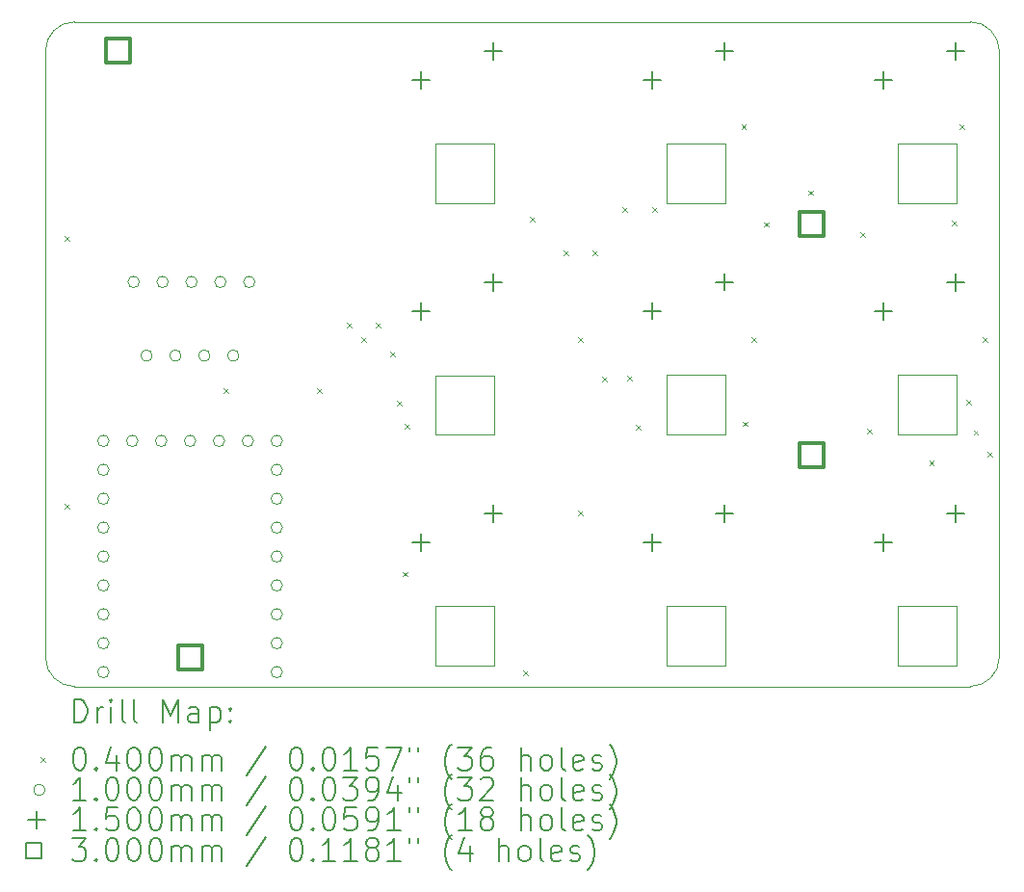
<source format=gbr>
%FSLAX45Y45*%
G04 Gerber Fmt 4.5, Leading zero omitted, Abs format (unit mm)*
G04 Created by KiCad (PCBNEW (6.0.5)) date 2022-06-04 16:39:07*
%MOMM*%
%LPD*%
G01*
G04 APERTURE LIST*
%TA.AperFunction,Profile*%
%ADD10C,0.100000*%
%TD*%
%TA.AperFunction,Profile*%
%ADD11C,0.050000*%
%TD*%
%ADD12C,0.200000*%
%ADD13C,0.040000*%
%ADD14C,0.100000*%
%ADD15C,0.150000*%
%ADD16C,0.300000*%
G04 APERTURE END LIST*
D10*
X10795000Y-11303000D02*
G75*
G03*
X11049000Y-11049000I0J254000D01*
G01*
D11*
X10153846Y-6534225D02*
X10672006Y-6534225D01*
X10672006Y-6534225D02*
X10672006Y-7055385D01*
X10672006Y-7055385D02*
X10153846Y-7055385D01*
X10153846Y-7055385D02*
X10153846Y-6534225D01*
D10*
X2921000Y-11303000D02*
X10795000Y-11303000D01*
D11*
X6090920Y-8567420D02*
X6609080Y-8567420D01*
X6609080Y-8567420D02*
X6609080Y-9085580D01*
X6609080Y-9085580D02*
X6090920Y-9085580D01*
X6090920Y-9085580D02*
X6090920Y-8567420D01*
X6090319Y-6534225D02*
X6608479Y-6534225D01*
X6608479Y-6534225D02*
X6608479Y-7054385D01*
X6608479Y-7054385D02*
X6090319Y-7054385D01*
X6090319Y-7054385D02*
X6090319Y-6534225D01*
X10153846Y-8565420D02*
X10672006Y-8565420D01*
X10672006Y-8565420D02*
X10672006Y-9085580D01*
X10672006Y-9085580D02*
X10153846Y-9085580D01*
X10153846Y-9085580D02*
X10153846Y-8565420D01*
X8122083Y-8565420D02*
X8640243Y-8565420D01*
X8640243Y-8565420D02*
X8640243Y-9085580D01*
X8640243Y-9085580D02*
X8122083Y-9085580D01*
X8122083Y-9085580D02*
X8122083Y-8565420D01*
X8122920Y-6533500D02*
X8641080Y-6533500D01*
X8641080Y-6533500D02*
X8641080Y-7053660D01*
X8641080Y-7053660D02*
X8122920Y-7053660D01*
X8122920Y-7053660D02*
X8122920Y-6533500D01*
D10*
X2667000Y-11049000D02*
X2667000Y-5715000D01*
X11049000Y-11049000D02*
X11049000Y-5715000D01*
X11049000Y-5715000D02*
G75*
G03*
X10795000Y-5461000I-254000J0D01*
G01*
D11*
X10154920Y-10597420D02*
X10673080Y-10597420D01*
X10673080Y-10597420D02*
X10673080Y-11119580D01*
X10673080Y-11119580D02*
X10154920Y-11119580D01*
X10154920Y-11119580D02*
X10154920Y-10597420D01*
D10*
X10795000Y-5461000D02*
X2921000Y-5461000D01*
D11*
X6090920Y-10598420D02*
X6609080Y-10598420D01*
X6609080Y-10598420D02*
X6609080Y-11117580D01*
X6609080Y-11117580D02*
X6090920Y-11117580D01*
X6090920Y-11117580D02*
X6090920Y-10598420D01*
X2667000Y-11049000D02*
G75*
G03*
X2921000Y-11303000I254000J0D01*
G01*
X8122920Y-10597420D02*
X8641080Y-10597420D01*
X8641080Y-10597420D02*
X8641080Y-11119580D01*
X8641080Y-11119580D02*
X8122920Y-11119580D01*
X8122920Y-11119580D02*
X8122920Y-10597420D01*
X2921000Y-5461000D02*
G75*
G03*
X2667000Y-5715000I0J-254000D01*
G01*
D12*
D13*
X2837500Y-7346000D02*
X2877500Y-7386000D01*
X2877500Y-7346000D02*
X2837500Y-7386000D01*
X2837500Y-9695500D02*
X2877500Y-9735500D01*
X2877500Y-9695500D02*
X2837500Y-9735500D01*
X4231960Y-8682040D02*
X4271960Y-8722040D01*
X4271960Y-8682040D02*
X4231960Y-8722040D01*
X5054920Y-8682040D02*
X5094920Y-8722040D01*
X5094920Y-8682040D02*
X5054920Y-8722040D01*
X5314000Y-8108000D02*
X5354000Y-8148000D01*
X5354000Y-8108000D02*
X5314000Y-8148000D01*
X5441000Y-8235000D02*
X5481000Y-8275000D01*
X5481000Y-8235000D02*
X5441000Y-8275000D01*
X5568000Y-8108000D02*
X5608000Y-8148000D01*
X5608000Y-8108000D02*
X5568000Y-8148000D01*
X5695000Y-8362000D02*
X5735000Y-8402000D01*
X5735000Y-8362000D02*
X5695000Y-8402000D01*
X5755960Y-8791260D02*
X5795960Y-8831260D01*
X5795960Y-8791260D02*
X5755960Y-8831260D01*
X5809300Y-10294940D02*
X5849300Y-10334940D01*
X5849300Y-10294940D02*
X5809300Y-10334940D01*
X5822000Y-8997000D02*
X5862000Y-9037000D01*
X5862000Y-8997000D02*
X5822000Y-9037000D01*
X6865940Y-11161080D02*
X6905940Y-11201080D01*
X6905940Y-11161080D02*
X6865940Y-11201080D01*
X6924360Y-7175820D02*
X6964360Y-7215820D01*
X6964360Y-7175820D02*
X6924360Y-7215820D01*
X7219000Y-7473000D02*
X7259000Y-7513000D01*
X7259000Y-7473000D02*
X7219000Y-7513000D01*
X7346000Y-8235000D02*
X7386000Y-8275000D01*
X7386000Y-8235000D02*
X7346000Y-8275000D01*
X7346000Y-9759000D02*
X7386000Y-9799000D01*
X7386000Y-9759000D02*
X7346000Y-9799000D01*
X7473000Y-7473000D02*
X7513000Y-7513000D01*
X7513000Y-7473000D02*
X7473000Y-7513000D01*
X7556820Y-8577900D02*
X7596820Y-8617900D01*
X7596820Y-8577900D02*
X7556820Y-8617900D01*
X7737160Y-7089460D02*
X7777160Y-7129460D01*
X7777160Y-7089460D02*
X7737160Y-7129460D01*
X7780340Y-8570280D02*
X7820340Y-8610280D01*
X7820340Y-8570280D02*
X7780340Y-8610280D01*
X7856540Y-9004620D02*
X7896540Y-9044620D01*
X7896540Y-9004620D02*
X7856540Y-9044620D01*
X8001320Y-7092000D02*
X8041320Y-7132000D01*
X8041320Y-7092000D02*
X8001320Y-7132000D01*
X8783640Y-6365560D02*
X8823640Y-6405560D01*
X8823640Y-6365560D02*
X8783640Y-6405560D01*
X8796340Y-8974140D02*
X8836340Y-9014140D01*
X8836340Y-8974140D02*
X8796340Y-9014140D01*
X8870000Y-8235000D02*
X8910000Y-8275000D01*
X8910000Y-8235000D02*
X8870000Y-8275000D01*
X8979220Y-7221540D02*
X9019220Y-7261540D01*
X9019220Y-7221540D02*
X8979220Y-7261540D01*
X9372920Y-6942140D02*
X9412920Y-6982140D01*
X9412920Y-6942140D02*
X9372920Y-6982140D01*
X9830120Y-7310440D02*
X9870120Y-7350440D01*
X9870120Y-7310440D02*
X9830120Y-7350440D01*
X9886000Y-9040180D02*
X9926000Y-9080180D01*
X9926000Y-9040180D02*
X9886000Y-9080180D01*
X10434640Y-9317040D02*
X10474640Y-9357040D01*
X10474640Y-9317040D02*
X10434640Y-9357040D01*
X10635300Y-7211380D02*
X10675300Y-7251380D01*
X10675300Y-7211380D02*
X10635300Y-7251380D01*
X10701340Y-6360480D02*
X10741340Y-6400480D01*
X10741340Y-6360480D02*
X10701340Y-6400480D01*
X10759760Y-8786180D02*
X10799760Y-8826180D01*
X10799760Y-8786180D02*
X10759760Y-8826180D01*
X10823260Y-9050340D02*
X10863260Y-9090340D01*
X10863260Y-9050340D02*
X10823260Y-9090340D01*
X10902000Y-8235000D02*
X10942000Y-8275000D01*
X10942000Y-8235000D02*
X10902000Y-8275000D01*
X10947720Y-9240840D02*
X10987720Y-9280840D01*
X10987720Y-9240840D02*
X10947720Y-9280840D01*
D14*
X3225000Y-9144000D02*
G75*
G03*
X3225000Y-9144000I-50000J0D01*
G01*
X3225000Y-9398000D02*
G75*
G03*
X3225000Y-9398000I-50000J0D01*
G01*
X3225000Y-9652000D02*
G75*
G03*
X3225000Y-9652000I-50000J0D01*
G01*
X3225000Y-9906000D02*
G75*
G03*
X3225000Y-9906000I-50000J0D01*
G01*
X3225000Y-10160000D02*
G75*
G03*
X3225000Y-10160000I-50000J0D01*
G01*
X3225000Y-10414000D02*
G75*
G03*
X3225000Y-10414000I-50000J0D01*
G01*
X3225000Y-10668000D02*
G75*
G03*
X3225000Y-10668000I-50000J0D01*
G01*
X3225000Y-10922000D02*
G75*
G03*
X3225000Y-10922000I-50000J0D01*
G01*
X3225000Y-11176000D02*
G75*
G03*
X3225000Y-11176000I-50000J0D01*
G01*
X3479000Y-9144000D02*
G75*
G03*
X3479000Y-9144000I-50000J0D01*
G01*
X3491700Y-7747000D02*
G75*
G03*
X3491700Y-7747000I-50000J0D01*
G01*
X3605000Y-8394700D02*
G75*
G03*
X3605000Y-8394700I-50000J0D01*
G01*
X3733000Y-9144000D02*
G75*
G03*
X3733000Y-9144000I-50000J0D01*
G01*
X3745700Y-7747000D02*
G75*
G03*
X3745700Y-7747000I-50000J0D01*
G01*
X3859000Y-8394700D02*
G75*
G03*
X3859000Y-8394700I-50000J0D01*
G01*
X3987000Y-9144000D02*
G75*
G03*
X3987000Y-9144000I-50000J0D01*
G01*
X3999700Y-7747000D02*
G75*
G03*
X3999700Y-7747000I-50000J0D01*
G01*
X4113000Y-8394700D02*
G75*
G03*
X4113000Y-8394700I-50000J0D01*
G01*
X4241000Y-9144000D02*
G75*
G03*
X4241000Y-9144000I-50000J0D01*
G01*
X4253700Y-7747000D02*
G75*
G03*
X4253700Y-7747000I-50000J0D01*
G01*
X4367000Y-8394700D02*
G75*
G03*
X4367000Y-8394700I-50000J0D01*
G01*
X4495000Y-9144000D02*
G75*
G03*
X4495000Y-9144000I-50000J0D01*
G01*
X4507700Y-7747000D02*
G75*
G03*
X4507700Y-7747000I-50000J0D01*
G01*
X4749000Y-9144000D02*
G75*
G03*
X4749000Y-9144000I-50000J0D01*
G01*
X4749000Y-9398000D02*
G75*
G03*
X4749000Y-9398000I-50000J0D01*
G01*
X4749000Y-9652000D02*
G75*
G03*
X4749000Y-9652000I-50000J0D01*
G01*
X4749000Y-9906000D02*
G75*
G03*
X4749000Y-9906000I-50000J0D01*
G01*
X4749000Y-10160000D02*
G75*
G03*
X4749000Y-10160000I-50000J0D01*
G01*
X4749000Y-10414000D02*
G75*
G03*
X4749000Y-10414000I-50000J0D01*
G01*
X4749000Y-10668000D02*
G75*
G03*
X4749000Y-10668000I-50000J0D01*
G01*
X4749000Y-10922000D02*
G75*
G03*
X4749000Y-10922000I-50000J0D01*
G01*
X4749000Y-11176000D02*
G75*
G03*
X4749000Y-11176000I-50000J0D01*
G01*
D15*
X5969000Y-5894000D02*
X5969000Y-6044000D01*
X5894000Y-5969000D02*
X6044000Y-5969000D01*
X5969000Y-7926000D02*
X5969000Y-8076000D01*
X5894000Y-8001000D02*
X6044000Y-8001000D01*
X5969000Y-9958000D02*
X5969000Y-10108000D01*
X5894000Y-10033000D02*
X6044000Y-10033000D01*
X6604000Y-5640000D02*
X6604000Y-5790000D01*
X6529000Y-5715000D02*
X6679000Y-5715000D01*
X6604000Y-7672000D02*
X6604000Y-7822000D01*
X6529000Y-7747000D02*
X6679000Y-7747000D01*
X6604000Y-9704000D02*
X6604000Y-9854000D01*
X6529000Y-9779000D02*
X6679000Y-9779000D01*
X7999078Y-7925039D02*
X7999078Y-8075039D01*
X7924078Y-8000039D02*
X8074078Y-8000039D01*
X8001000Y-5894000D02*
X8001000Y-6044000D01*
X7926000Y-5969000D02*
X8076000Y-5969000D01*
X8001000Y-9958000D02*
X8001000Y-10108000D01*
X7926000Y-10033000D02*
X8076000Y-10033000D01*
X8634078Y-7671039D02*
X8634078Y-7821039D01*
X8559078Y-7746039D02*
X8709078Y-7746039D01*
X8636000Y-5640000D02*
X8636000Y-5790000D01*
X8561000Y-5715000D02*
X8711000Y-5715000D01*
X8636000Y-9704000D02*
X8636000Y-9854000D01*
X8561000Y-9779000D02*
X8711000Y-9779000D01*
X10033000Y-5894000D02*
X10033000Y-6044000D01*
X9958000Y-5969000D02*
X10108000Y-5969000D01*
X10033000Y-7926000D02*
X10033000Y-8076000D01*
X9958000Y-8001000D02*
X10108000Y-8001000D01*
X10033000Y-9958000D02*
X10033000Y-10108000D01*
X9958000Y-10033000D02*
X10108000Y-10033000D01*
X10668000Y-5640000D02*
X10668000Y-5790000D01*
X10593000Y-5715000D02*
X10743000Y-5715000D01*
X10668000Y-7672000D02*
X10668000Y-7822000D01*
X10593000Y-7747000D02*
X10743000Y-7747000D01*
X10668000Y-9704000D02*
X10668000Y-9854000D01*
X10593000Y-9779000D02*
X10743000Y-9779000D01*
D16*
X3408067Y-5821067D02*
X3408067Y-5608933D01*
X3195933Y-5608933D01*
X3195933Y-5821067D01*
X3408067Y-5821067D01*
X4043067Y-11155067D02*
X4043067Y-10942933D01*
X3830933Y-10942933D01*
X3830933Y-11155067D01*
X4043067Y-11155067D01*
X9504067Y-7345067D02*
X9504067Y-7132933D01*
X9291933Y-7132933D01*
X9291933Y-7345067D01*
X9504067Y-7345067D01*
X9504067Y-9377067D02*
X9504067Y-9164933D01*
X9291933Y-9164933D01*
X9291933Y-9377067D01*
X9504067Y-9377067D01*
D12*
X2919619Y-11618476D02*
X2919619Y-11418476D01*
X2967238Y-11418476D01*
X2995809Y-11428000D01*
X3014857Y-11447048D01*
X3024381Y-11466095D01*
X3033905Y-11504190D01*
X3033905Y-11532762D01*
X3024381Y-11570857D01*
X3014857Y-11589905D01*
X2995809Y-11608952D01*
X2967238Y-11618476D01*
X2919619Y-11618476D01*
X3119619Y-11618476D02*
X3119619Y-11485143D01*
X3119619Y-11523238D02*
X3129143Y-11504190D01*
X3138667Y-11494667D01*
X3157714Y-11485143D01*
X3176762Y-11485143D01*
X3243428Y-11618476D02*
X3243428Y-11485143D01*
X3243428Y-11418476D02*
X3233905Y-11428000D01*
X3243428Y-11437524D01*
X3252952Y-11428000D01*
X3243428Y-11418476D01*
X3243428Y-11437524D01*
X3367238Y-11618476D02*
X3348190Y-11608952D01*
X3338667Y-11589905D01*
X3338667Y-11418476D01*
X3472000Y-11618476D02*
X3452952Y-11608952D01*
X3443428Y-11589905D01*
X3443428Y-11418476D01*
X3700571Y-11618476D02*
X3700571Y-11418476D01*
X3767238Y-11561333D01*
X3833905Y-11418476D01*
X3833905Y-11618476D01*
X4014857Y-11618476D02*
X4014857Y-11513714D01*
X4005333Y-11494667D01*
X3986286Y-11485143D01*
X3948190Y-11485143D01*
X3929143Y-11494667D01*
X4014857Y-11608952D02*
X3995809Y-11618476D01*
X3948190Y-11618476D01*
X3929143Y-11608952D01*
X3919619Y-11589905D01*
X3919619Y-11570857D01*
X3929143Y-11551809D01*
X3948190Y-11542286D01*
X3995809Y-11542286D01*
X4014857Y-11532762D01*
X4110095Y-11485143D02*
X4110095Y-11685143D01*
X4110095Y-11494667D02*
X4129143Y-11485143D01*
X4167238Y-11485143D01*
X4186286Y-11494667D01*
X4195810Y-11504190D01*
X4205333Y-11523238D01*
X4205333Y-11580381D01*
X4195810Y-11599428D01*
X4186286Y-11608952D01*
X4167238Y-11618476D01*
X4129143Y-11618476D01*
X4110095Y-11608952D01*
X4291048Y-11599428D02*
X4300571Y-11608952D01*
X4291048Y-11618476D01*
X4281524Y-11608952D01*
X4291048Y-11599428D01*
X4291048Y-11618476D01*
X4291048Y-11494667D02*
X4300571Y-11504190D01*
X4291048Y-11513714D01*
X4281524Y-11504190D01*
X4291048Y-11494667D01*
X4291048Y-11513714D01*
D13*
X2622000Y-11928000D02*
X2662000Y-11968000D01*
X2662000Y-11928000D02*
X2622000Y-11968000D01*
D12*
X2957714Y-11838476D02*
X2976762Y-11838476D01*
X2995809Y-11848000D01*
X3005333Y-11857524D01*
X3014857Y-11876571D01*
X3024381Y-11914667D01*
X3024381Y-11962286D01*
X3014857Y-12000381D01*
X3005333Y-12019428D01*
X2995809Y-12028952D01*
X2976762Y-12038476D01*
X2957714Y-12038476D01*
X2938667Y-12028952D01*
X2929143Y-12019428D01*
X2919619Y-12000381D01*
X2910095Y-11962286D01*
X2910095Y-11914667D01*
X2919619Y-11876571D01*
X2929143Y-11857524D01*
X2938667Y-11848000D01*
X2957714Y-11838476D01*
X3110095Y-12019428D02*
X3119619Y-12028952D01*
X3110095Y-12038476D01*
X3100571Y-12028952D01*
X3110095Y-12019428D01*
X3110095Y-12038476D01*
X3291048Y-11905143D02*
X3291048Y-12038476D01*
X3243428Y-11828952D02*
X3195809Y-11971809D01*
X3319619Y-11971809D01*
X3433905Y-11838476D02*
X3452952Y-11838476D01*
X3472000Y-11848000D01*
X3481524Y-11857524D01*
X3491048Y-11876571D01*
X3500571Y-11914667D01*
X3500571Y-11962286D01*
X3491048Y-12000381D01*
X3481524Y-12019428D01*
X3472000Y-12028952D01*
X3452952Y-12038476D01*
X3433905Y-12038476D01*
X3414857Y-12028952D01*
X3405333Y-12019428D01*
X3395809Y-12000381D01*
X3386286Y-11962286D01*
X3386286Y-11914667D01*
X3395809Y-11876571D01*
X3405333Y-11857524D01*
X3414857Y-11848000D01*
X3433905Y-11838476D01*
X3624381Y-11838476D02*
X3643428Y-11838476D01*
X3662476Y-11848000D01*
X3672000Y-11857524D01*
X3681524Y-11876571D01*
X3691048Y-11914667D01*
X3691048Y-11962286D01*
X3681524Y-12000381D01*
X3672000Y-12019428D01*
X3662476Y-12028952D01*
X3643428Y-12038476D01*
X3624381Y-12038476D01*
X3605333Y-12028952D01*
X3595809Y-12019428D01*
X3586286Y-12000381D01*
X3576762Y-11962286D01*
X3576762Y-11914667D01*
X3586286Y-11876571D01*
X3595809Y-11857524D01*
X3605333Y-11848000D01*
X3624381Y-11838476D01*
X3776762Y-12038476D02*
X3776762Y-11905143D01*
X3776762Y-11924190D02*
X3786286Y-11914667D01*
X3805333Y-11905143D01*
X3833905Y-11905143D01*
X3852952Y-11914667D01*
X3862476Y-11933714D01*
X3862476Y-12038476D01*
X3862476Y-11933714D02*
X3872000Y-11914667D01*
X3891048Y-11905143D01*
X3919619Y-11905143D01*
X3938667Y-11914667D01*
X3948190Y-11933714D01*
X3948190Y-12038476D01*
X4043428Y-12038476D02*
X4043428Y-11905143D01*
X4043428Y-11924190D02*
X4052952Y-11914667D01*
X4072000Y-11905143D01*
X4100571Y-11905143D01*
X4119619Y-11914667D01*
X4129143Y-11933714D01*
X4129143Y-12038476D01*
X4129143Y-11933714D02*
X4138667Y-11914667D01*
X4157714Y-11905143D01*
X4186286Y-11905143D01*
X4205333Y-11914667D01*
X4214857Y-11933714D01*
X4214857Y-12038476D01*
X4605333Y-11828952D02*
X4433905Y-12086095D01*
X4862476Y-11838476D02*
X4881524Y-11838476D01*
X4900571Y-11848000D01*
X4910095Y-11857524D01*
X4919619Y-11876571D01*
X4929143Y-11914667D01*
X4929143Y-11962286D01*
X4919619Y-12000381D01*
X4910095Y-12019428D01*
X4900571Y-12028952D01*
X4881524Y-12038476D01*
X4862476Y-12038476D01*
X4843429Y-12028952D01*
X4833905Y-12019428D01*
X4824381Y-12000381D01*
X4814857Y-11962286D01*
X4814857Y-11914667D01*
X4824381Y-11876571D01*
X4833905Y-11857524D01*
X4843429Y-11848000D01*
X4862476Y-11838476D01*
X5014857Y-12019428D02*
X5024381Y-12028952D01*
X5014857Y-12038476D01*
X5005333Y-12028952D01*
X5014857Y-12019428D01*
X5014857Y-12038476D01*
X5148190Y-11838476D02*
X5167238Y-11838476D01*
X5186286Y-11848000D01*
X5195810Y-11857524D01*
X5205333Y-11876571D01*
X5214857Y-11914667D01*
X5214857Y-11962286D01*
X5205333Y-12000381D01*
X5195810Y-12019428D01*
X5186286Y-12028952D01*
X5167238Y-12038476D01*
X5148190Y-12038476D01*
X5129143Y-12028952D01*
X5119619Y-12019428D01*
X5110095Y-12000381D01*
X5100571Y-11962286D01*
X5100571Y-11914667D01*
X5110095Y-11876571D01*
X5119619Y-11857524D01*
X5129143Y-11848000D01*
X5148190Y-11838476D01*
X5405333Y-12038476D02*
X5291048Y-12038476D01*
X5348190Y-12038476D02*
X5348190Y-11838476D01*
X5329143Y-11867048D01*
X5310095Y-11886095D01*
X5291048Y-11895619D01*
X5586286Y-11838476D02*
X5491048Y-11838476D01*
X5481524Y-11933714D01*
X5491048Y-11924190D01*
X5510095Y-11914667D01*
X5557714Y-11914667D01*
X5576762Y-11924190D01*
X5586286Y-11933714D01*
X5595809Y-11952762D01*
X5595809Y-12000381D01*
X5586286Y-12019428D01*
X5576762Y-12028952D01*
X5557714Y-12038476D01*
X5510095Y-12038476D01*
X5491048Y-12028952D01*
X5481524Y-12019428D01*
X5662476Y-11838476D02*
X5795809Y-11838476D01*
X5710095Y-12038476D01*
X5862476Y-11838476D02*
X5862476Y-11876571D01*
X5938667Y-11838476D02*
X5938667Y-11876571D01*
X6233905Y-12114667D02*
X6224381Y-12105143D01*
X6205333Y-12076571D01*
X6195809Y-12057524D01*
X6186286Y-12028952D01*
X6176762Y-11981333D01*
X6176762Y-11943238D01*
X6186286Y-11895619D01*
X6195809Y-11867048D01*
X6205333Y-11848000D01*
X6224381Y-11819428D01*
X6233905Y-11809905D01*
X6291048Y-11838476D02*
X6414857Y-11838476D01*
X6348190Y-11914667D01*
X6376762Y-11914667D01*
X6395809Y-11924190D01*
X6405333Y-11933714D01*
X6414857Y-11952762D01*
X6414857Y-12000381D01*
X6405333Y-12019428D01*
X6395809Y-12028952D01*
X6376762Y-12038476D01*
X6319619Y-12038476D01*
X6300571Y-12028952D01*
X6291048Y-12019428D01*
X6586286Y-11838476D02*
X6548190Y-11838476D01*
X6529143Y-11848000D01*
X6519619Y-11857524D01*
X6500571Y-11886095D01*
X6491048Y-11924190D01*
X6491048Y-12000381D01*
X6500571Y-12019428D01*
X6510095Y-12028952D01*
X6529143Y-12038476D01*
X6567238Y-12038476D01*
X6586286Y-12028952D01*
X6595809Y-12019428D01*
X6605333Y-12000381D01*
X6605333Y-11952762D01*
X6595809Y-11933714D01*
X6586286Y-11924190D01*
X6567238Y-11914667D01*
X6529143Y-11914667D01*
X6510095Y-11924190D01*
X6500571Y-11933714D01*
X6491048Y-11952762D01*
X6843428Y-12038476D02*
X6843428Y-11838476D01*
X6929143Y-12038476D02*
X6929143Y-11933714D01*
X6919619Y-11914667D01*
X6900571Y-11905143D01*
X6872000Y-11905143D01*
X6852952Y-11914667D01*
X6843428Y-11924190D01*
X7052952Y-12038476D02*
X7033905Y-12028952D01*
X7024381Y-12019428D01*
X7014857Y-12000381D01*
X7014857Y-11943238D01*
X7024381Y-11924190D01*
X7033905Y-11914667D01*
X7052952Y-11905143D01*
X7081524Y-11905143D01*
X7100571Y-11914667D01*
X7110095Y-11924190D01*
X7119619Y-11943238D01*
X7119619Y-12000381D01*
X7110095Y-12019428D01*
X7100571Y-12028952D01*
X7081524Y-12038476D01*
X7052952Y-12038476D01*
X7233905Y-12038476D02*
X7214857Y-12028952D01*
X7205333Y-12009905D01*
X7205333Y-11838476D01*
X7386286Y-12028952D02*
X7367238Y-12038476D01*
X7329143Y-12038476D01*
X7310095Y-12028952D01*
X7300571Y-12009905D01*
X7300571Y-11933714D01*
X7310095Y-11914667D01*
X7329143Y-11905143D01*
X7367238Y-11905143D01*
X7386286Y-11914667D01*
X7395809Y-11933714D01*
X7395809Y-11952762D01*
X7300571Y-11971809D01*
X7472000Y-12028952D02*
X7491048Y-12038476D01*
X7529143Y-12038476D01*
X7548190Y-12028952D01*
X7557714Y-12009905D01*
X7557714Y-12000381D01*
X7548190Y-11981333D01*
X7529143Y-11971809D01*
X7500571Y-11971809D01*
X7481524Y-11962286D01*
X7472000Y-11943238D01*
X7472000Y-11933714D01*
X7481524Y-11914667D01*
X7500571Y-11905143D01*
X7529143Y-11905143D01*
X7548190Y-11914667D01*
X7624381Y-12114667D02*
X7633905Y-12105143D01*
X7652952Y-12076571D01*
X7662476Y-12057524D01*
X7672000Y-12028952D01*
X7681524Y-11981333D01*
X7681524Y-11943238D01*
X7672000Y-11895619D01*
X7662476Y-11867048D01*
X7652952Y-11848000D01*
X7633905Y-11819428D01*
X7624381Y-11809905D01*
D14*
X2662000Y-12212000D02*
G75*
G03*
X2662000Y-12212000I-50000J0D01*
G01*
D12*
X3024381Y-12302476D02*
X2910095Y-12302476D01*
X2967238Y-12302476D02*
X2967238Y-12102476D01*
X2948190Y-12131048D01*
X2929143Y-12150095D01*
X2910095Y-12159619D01*
X3110095Y-12283428D02*
X3119619Y-12292952D01*
X3110095Y-12302476D01*
X3100571Y-12292952D01*
X3110095Y-12283428D01*
X3110095Y-12302476D01*
X3243428Y-12102476D02*
X3262476Y-12102476D01*
X3281524Y-12112000D01*
X3291048Y-12121524D01*
X3300571Y-12140571D01*
X3310095Y-12178667D01*
X3310095Y-12226286D01*
X3300571Y-12264381D01*
X3291048Y-12283428D01*
X3281524Y-12292952D01*
X3262476Y-12302476D01*
X3243428Y-12302476D01*
X3224381Y-12292952D01*
X3214857Y-12283428D01*
X3205333Y-12264381D01*
X3195809Y-12226286D01*
X3195809Y-12178667D01*
X3205333Y-12140571D01*
X3214857Y-12121524D01*
X3224381Y-12112000D01*
X3243428Y-12102476D01*
X3433905Y-12102476D02*
X3452952Y-12102476D01*
X3472000Y-12112000D01*
X3481524Y-12121524D01*
X3491048Y-12140571D01*
X3500571Y-12178667D01*
X3500571Y-12226286D01*
X3491048Y-12264381D01*
X3481524Y-12283428D01*
X3472000Y-12292952D01*
X3452952Y-12302476D01*
X3433905Y-12302476D01*
X3414857Y-12292952D01*
X3405333Y-12283428D01*
X3395809Y-12264381D01*
X3386286Y-12226286D01*
X3386286Y-12178667D01*
X3395809Y-12140571D01*
X3405333Y-12121524D01*
X3414857Y-12112000D01*
X3433905Y-12102476D01*
X3624381Y-12102476D02*
X3643428Y-12102476D01*
X3662476Y-12112000D01*
X3672000Y-12121524D01*
X3681524Y-12140571D01*
X3691048Y-12178667D01*
X3691048Y-12226286D01*
X3681524Y-12264381D01*
X3672000Y-12283428D01*
X3662476Y-12292952D01*
X3643428Y-12302476D01*
X3624381Y-12302476D01*
X3605333Y-12292952D01*
X3595809Y-12283428D01*
X3586286Y-12264381D01*
X3576762Y-12226286D01*
X3576762Y-12178667D01*
X3586286Y-12140571D01*
X3595809Y-12121524D01*
X3605333Y-12112000D01*
X3624381Y-12102476D01*
X3776762Y-12302476D02*
X3776762Y-12169143D01*
X3776762Y-12188190D02*
X3786286Y-12178667D01*
X3805333Y-12169143D01*
X3833905Y-12169143D01*
X3852952Y-12178667D01*
X3862476Y-12197714D01*
X3862476Y-12302476D01*
X3862476Y-12197714D02*
X3872000Y-12178667D01*
X3891048Y-12169143D01*
X3919619Y-12169143D01*
X3938667Y-12178667D01*
X3948190Y-12197714D01*
X3948190Y-12302476D01*
X4043428Y-12302476D02*
X4043428Y-12169143D01*
X4043428Y-12188190D02*
X4052952Y-12178667D01*
X4072000Y-12169143D01*
X4100571Y-12169143D01*
X4119619Y-12178667D01*
X4129143Y-12197714D01*
X4129143Y-12302476D01*
X4129143Y-12197714D02*
X4138667Y-12178667D01*
X4157714Y-12169143D01*
X4186286Y-12169143D01*
X4205333Y-12178667D01*
X4214857Y-12197714D01*
X4214857Y-12302476D01*
X4605333Y-12092952D02*
X4433905Y-12350095D01*
X4862476Y-12102476D02*
X4881524Y-12102476D01*
X4900571Y-12112000D01*
X4910095Y-12121524D01*
X4919619Y-12140571D01*
X4929143Y-12178667D01*
X4929143Y-12226286D01*
X4919619Y-12264381D01*
X4910095Y-12283428D01*
X4900571Y-12292952D01*
X4881524Y-12302476D01*
X4862476Y-12302476D01*
X4843429Y-12292952D01*
X4833905Y-12283428D01*
X4824381Y-12264381D01*
X4814857Y-12226286D01*
X4814857Y-12178667D01*
X4824381Y-12140571D01*
X4833905Y-12121524D01*
X4843429Y-12112000D01*
X4862476Y-12102476D01*
X5014857Y-12283428D02*
X5024381Y-12292952D01*
X5014857Y-12302476D01*
X5005333Y-12292952D01*
X5014857Y-12283428D01*
X5014857Y-12302476D01*
X5148190Y-12102476D02*
X5167238Y-12102476D01*
X5186286Y-12112000D01*
X5195810Y-12121524D01*
X5205333Y-12140571D01*
X5214857Y-12178667D01*
X5214857Y-12226286D01*
X5205333Y-12264381D01*
X5195810Y-12283428D01*
X5186286Y-12292952D01*
X5167238Y-12302476D01*
X5148190Y-12302476D01*
X5129143Y-12292952D01*
X5119619Y-12283428D01*
X5110095Y-12264381D01*
X5100571Y-12226286D01*
X5100571Y-12178667D01*
X5110095Y-12140571D01*
X5119619Y-12121524D01*
X5129143Y-12112000D01*
X5148190Y-12102476D01*
X5281524Y-12102476D02*
X5405333Y-12102476D01*
X5338667Y-12178667D01*
X5367238Y-12178667D01*
X5386286Y-12188190D01*
X5395810Y-12197714D01*
X5405333Y-12216762D01*
X5405333Y-12264381D01*
X5395810Y-12283428D01*
X5386286Y-12292952D01*
X5367238Y-12302476D01*
X5310095Y-12302476D01*
X5291048Y-12292952D01*
X5281524Y-12283428D01*
X5500571Y-12302476D02*
X5538667Y-12302476D01*
X5557714Y-12292952D01*
X5567238Y-12283428D01*
X5586286Y-12254857D01*
X5595809Y-12216762D01*
X5595809Y-12140571D01*
X5586286Y-12121524D01*
X5576762Y-12112000D01*
X5557714Y-12102476D01*
X5519619Y-12102476D01*
X5500571Y-12112000D01*
X5491048Y-12121524D01*
X5481524Y-12140571D01*
X5481524Y-12188190D01*
X5491048Y-12207238D01*
X5500571Y-12216762D01*
X5519619Y-12226286D01*
X5557714Y-12226286D01*
X5576762Y-12216762D01*
X5586286Y-12207238D01*
X5595809Y-12188190D01*
X5767238Y-12169143D02*
X5767238Y-12302476D01*
X5719619Y-12092952D02*
X5672000Y-12235809D01*
X5795809Y-12235809D01*
X5862476Y-12102476D02*
X5862476Y-12140571D01*
X5938667Y-12102476D02*
X5938667Y-12140571D01*
X6233905Y-12378667D02*
X6224381Y-12369143D01*
X6205333Y-12340571D01*
X6195809Y-12321524D01*
X6186286Y-12292952D01*
X6176762Y-12245333D01*
X6176762Y-12207238D01*
X6186286Y-12159619D01*
X6195809Y-12131048D01*
X6205333Y-12112000D01*
X6224381Y-12083428D01*
X6233905Y-12073905D01*
X6291048Y-12102476D02*
X6414857Y-12102476D01*
X6348190Y-12178667D01*
X6376762Y-12178667D01*
X6395809Y-12188190D01*
X6405333Y-12197714D01*
X6414857Y-12216762D01*
X6414857Y-12264381D01*
X6405333Y-12283428D01*
X6395809Y-12292952D01*
X6376762Y-12302476D01*
X6319619Y-12302476D01*
X6300571Y-12292952D01*
X6291048Y-12283428D01*
X6491048Y-12121524D02*
X6500571Y-12112000D01*
X6519619Y-12102476D01*
X6567238Y-12102476D01*
X6586286Y-12112000D01*
X6595809Y-12121524D01*
X6605333Y-12140571D01*
X6605333Y-12159619D01*
X6595809Y-12188190D01*
X6481524Y-12302476D01*
X6605333Y-12302476D01*
X6843428Y-12302476D02*
X6843428Y-12102476D01*
X6929143Y-12302476D02*
X6929143Y-12197714D01*
X6919619Y-12178667D01*
X6900571Y-12169143D01*
X6872000Y-12169143D01*
X6852952Y-12178667D01*
X6843428Y-12188190D01*
X7052952Y-12302476D02*
X7033905Y-12292952D01*
X7024381Y-12283428D01*
X7014857Y-12264381D01*
X7014857Y-12207238D01*
X7024381Y-12188190D01*
X7033905Y-12178667D01*
X7052952Y-12169143D01*
X7081524Y-12169143D01*
X7100571Y-12178667D01*
X7110095Y-12188190D01*
X7119619Y-12207238D01*
X7119619Y-12264381D01*
X7110095Y-12283428D01*
X7100571Y-12292952D01*
X7081524Y-12302476D01*
X7052952Y-12302476D01*
X7233905Y-12302476D02*
X7214857Y-12292952D01*
X7205333Y-12273905D01*
X7205333Y-12102476D01*
X7386286Y-12292952D02*
X7367238Y-12302476D01*
X7329143Y-12302476D01*
X7310095Y-12292952D01*
X7300571Y-12273905D01*
X7300571Y-12197714D01*
X7310095Y-12178667D01*
X7329143Y-12169143D01*
X7367238Y-12169143D01*
X7386286Y-12178667D01*
X7395809Y-12197714D01*
X7395809Y-12216762D01*
X7300571Y-12235809D01*
X7472000Y-12292952D02*
X7491048Y-12302476D01*
X7529143Y-12302476D01*
X7548190Y-12292952D01*
X7557714Y-12273905D01*
X7557714Y-12264381D01*
X7548190Y-12245333D01*
X7529143Y-12235809D01*
X7500571Y-12235809D01*
X7481524Y-12226286D01*
X7472000Y-12207238D01*
X7472000Y-12197714D01*
X7481524Y-12178667D01*
X7500571Y-12169143D01*
X7529143Y-12169143D01*
X7548190Y-12178667D01*
X7624381Y-12378667D02*
X7633905Y-12369143D01*
X7652952Y-12340571D01*
X7662476Y-12321524D01*
X7672000Y-12292952D01*
X7681524Y-12245333D01*
X7681524Y-12207238D01*
X7672000Y-12159619D01*
X7662476Y-12131048D01*
X7652952Y-12112000D01*
X7633905Y-12083428D01*
X7624381Y-12073905D01*
D15*
X2587000Y-12401000D02*
X2587000Y-12551000D01*
X2512000Y-12476000D02*
X2662000Y-12476000D01*
D12*
X3024381Y-12566476D02*
X2910095Y-12566476D01*
X2967238Y-12566476D02*
X2967238Y-12366476D01*
X2948190Y-12395048D01*
X2929143Y-12414095D01*
X2910095Y-12423619D01*
X3110095Y-12547428D02*
X3119619Y-12556952D01*
X3110095Y-12566476D01*
X3100571Y-12556952D01*
X3110095Y-12547428D01*
X3110095Y-12566476D01*
X3300571Y-12366476D02*
X3205333Y-12366476D01*
X3195809Y-12461714D01*
X3205333Y-12452190D01*
X3224381Y-12442667D01*
X3272000Y-12442667D01*
X3291048Y-12452190D01*
X3300571Y-12461714D01*
X3310095Y-12480762D01*
X3310095Y-12528381D01*
X3300571Y-12547428D01*
X3291048Y-12556952D01*
X3272000Y-12566476D01*
X3224381Y-12566476D01*
X3205333Y-12556952D01*
X3195809Y-12547428D01*
X3433905Y-12366476D02*
X3452952Y-12366476D01*
X3472000Y-12376000D01*
X3481524Y-12385524D01*
X3491048Y-12404571D01*
X3500571Y-12442667D01*
X3500571Y-12490286D01*
X3491048Y-12528381D01*
X3481524Y-12547428D01*
X3472000Y-12556952D01*
X3452952Y-12566476D01*
X3433905Y-12566476D01*
X3414857Y-12556952D01*
X3405333Y-12547428D01*
X3395809Y-12528381D01*
X3386286Y-12490286D01*
X3386286Y-12442667D01*
X3395809Y-12404571D01*
X3405333Y-12385524D01*
X3414857Y-12376000D01*
X3433905Y-12366476D01*
X3624381Y-12366476D02*
X3643428Y-12366476D01*
X3662476Y-12376000D01*
X3672000Y-12385524D01*
X3681524Y-12404571D01*
X3691048Y-12442667D01*
X3691048Y-12490286D01*
X3681524Y-12528381D01*
X3672000Y-12547428D01*
X3662476Y-12556952D01*
X3643428Y-12566476D01*
X3624381Y-12566476D01*
X3605333Y-12556952D01*
X3595809Y-12547428D01*
X3586286Y-12528381D01*
X3576762Y-12490286D01*
X3576762Y-12442667D01*
X3586286Y-12404571D01*
X3595809Y-12385524D01*
X3605333Y-12376000D01*
X3624381Y-12366476D01*
X3776762Y-12566476D02*
X3776762Y-12433143D01*
X3776762Y-12452190D02*
X3786286Y-12442667D01*
X3805333Y-12433143D01*
X3833905Y-12433143D01*
X3852952Y-12442667D01*
X3862476Y-12461714D01*
X3862476Y-12566476D01*
X3862476Y-12461714D02*
X3872000Y-12442667D01*
X3891048Y-12433143D01*
X3919619Y-12433143D01*
X3938667Y-12442667D01*
X3948190Y-12461714D01*
X3948190Y-12566476D01*
X4043428Y-12566476D02*
X4043428Y-12433143D01*
X4043428Y-12452190D02*
X4052952Y-12442667D01*
X4072000Y-12433143D01*
X4100571Y-12433143D01*
X4119619Y-12442667D01*
X4129143Y-12461714D01*
X4129143Y-12566476D01*
X4129143Y-12461714D02*
X4138667Y-12442667D01*
X4157714Y-12433143D01*
X4186286Y-12433143D01*
X4205333Y-12442667D01*
X4214857Y-12461714D01*
X4214857Y-12566476D01*
X4605333Y-12356952D02*
X4433905Y-12614095D01*
X4862476Y-12366476D02*
X4881524Y-12366476D01*
X4900571Y-12376000D01*
X4910095Y-12385524D01*
X4919619Y-12404571D01*
X4929143Y-12442667D01*
X4929143Y-12490286D01*
X4919619Y-12528381D01*
X4910095Y-12547428D01*
X4900571Y-12556952D01*
X4881524Y-12566476D01*
X4862476Y-12566476D01*
X4843429Y-12556952D01*
X4833905Y-12547428D01*
X4824381Y-12528381D01*
X4814857Y-12490286D01*
X4814857Y-12442667D01*
X4824381Y-12404571D01*
X4833905Y-12385524D01*
X4843429Y-12376000D01*
X4862476Y-12366476D01*
X5014857Y-12547428D02*
X5024381Y-12556952D01*
X5014857Y-12566476D01*
X5005333Y-12556952D01*
X5014857Y-12547428D01*
X5014857Y-12566476D01*
X5148190Y-12366476D02*
X5167238Y-12366476D01*
X5186286Y-12376000D01*
X5195810Y-12385524D01*
X5205333Y-12404571D01*
X5214857Y-12442667D01*
X5214857Y-12490286D01*
X5205333Y-12528381D01*
X5195810Y-12547428D01*
X5186286Y-12556952D01*
X5167238Y-12566476D01*
X5148190Y-12566476D01*
X5129143Y-12556952D01*
X5119619Y-12547428D01*
X5110095Y-12528381D01*
X5100571Y-12490286D01*
X5100571Y-12442667D01*
X5110095Y-12404571D01*
X5119619Y-12385524D01*
X5129143Y-12376000D01*
X5148190Y-12366476D01*
X5395810Y-12366476D02*
X5300571Y-12366476D01*
X5291048Y-12461714D01*
X5300571Y-12452190D01*
X5319619Y-12442667D01*
X5367238Y-12442667D01*
X5386286Y-12452190D01*
X5395810Y-12461714D01*
X5405333Y-12480762D01*
X5405333Y-12528381D01*
X5395810Y-12547428D01*
X5386286Y-12556952D01*
X5367238Y-12566476D01*
X5319619Y-12566476D01*
X5300571Y-12556952D01*
X5291048Y-12547428D01*
X5500571Y-12566476D02*
X5538667Y-12566476D01*
X5557714Y-12556952D01*
X5567238Y-12547428D01*
X5586286Y-12518857D01*
X5595809Y-12480762D01*
X5595809Y-12404571D01*
X5586286Y-12385524D01*
X5576762Y-12376000D01*
X5557714Y-12366476D01*
X5519619Y-12366476D01*
X5500571Y-12376000D01*
X5491048Y-12385524D01*
X5481524Y-12404571D01*
X5481524Y-12452190D01*
X5491048Y-12471238D01*
X5500571Y-12480762D01*
X5519619Y-12490286D01*
X5557714Y-12490286D01*
X5576762Y-12480762D01*
X5586286Y-12471238D01*
X5595809Y-12452190D01*
X5786286Y-12566476D02*
X5672000Y-12566476D01*
X5729143Y-12566476D02*
X5729143Y-12366476D01*
X5710095Y-12395048D01*
X5691048Y-12414095D01*
X5672000Y-12423619D01*
X5862476Y-12366476D02*
X5862476Y-12404571D01*
X5938667Y-12366476D02*
X5938667Y-12404571D01*
X6233905Y-12642667D02*
X6224381Y-12633143D01*
X6205333Y-12604571D01*
X6195809Y-12585524D01*
X6186286Y-12556952D01*
X6176762Y-12509333D01*
X6176762Y-12471238D01*
X6186286Y-12423619D01*
X6195809Y-12395048D01*
X6205333Y-12376000D01*
X6224381Y-12347428D01*
X6233905Y-12337905D01*
X6414857Y-12566476D02*
X6300571Y-12566476D01*
X6357714Y-12566476D02*
X6357714Y-12366476D01*
X6338667Y-12395048D01*
X6319619Y-12414095D01*
X6300571Y-12423619D01*
X6529143Y-12452190D02*
X6510095Y-12442667D01*
X6500571Y-12433143D01*
X6491048Y-12414095D01*
X6491048Y-12404571D01*
X6500571Y-12385524D01*
X6510095Y-12376000D01*
X6529143Y-12366476D01*
X6567238Y-12366476D01*
X6586286Y-12376000D01*
X6595809Y-12385524D01*
X6605333Y-12404571D01*
X6605333Y-12414095D01*
X6595809Y-12433143D01*
X6586286Y-12442667D01*
X6567238Y-12452190D01*
X6529143Y-12452190D01*
X6510095Y-12461714D01*
X6500571Y-12471238D01*
X6491048Y-12490286D01*
X6491048Y-12528381D01*
X6500571Y-12547428D01*
X6510095Y-12556952D01*
X6529143Y-12566476D01*
X6567238Y-12566476D01*
X6586286Y-12556952D01*
X6595809Y-12547428D01*
X6605333Y-12528381D01*
X6605333Y-12490286D01*
X6595809Y-12471238D01*
X6586286Y-12461714D01*
X6567238Y-12452190D01*
X6843428Y-12566476D02*
X6843428Y-12366476D01*
X6929143Y-12566476D02*
X6929143Y-12461714D01*
X6919619Y-12442667D01*
X6900571Y-12433143D01*
X6872000Y-12433143D01*
X6852952Y-12442667D01*
X6843428Y-12452190D01*
X7052952Y-12566476D02*
X7033905Y-12556952D01*
X7024381Y-12547428D01*
X7014857Y-12528381D01*
X7014857Y-12471238D01*
X7024381Y-12452190D01*
X7033905Y-12442667D01*
X7052952Y-12433143D01*
X7081524Y-12433143D01*
X7100571Y-12442667D01*
X7110095Y-12452190D01*
X7119619Y-12471238D01*
X7119619Y-12528381D01*
X7110095Y-12547428D01*
X7100571Y-12556952D01*
X7081524Y-12566476D01*
X7052952Y-12566476D01*
X7233905Y-12566476D02*
X7214857Y-12556952D01*
X7205333Y-12537905D01*
X7205333Y-12366476D01*
X7386286Y-12556952D02*
X7367238Y-12566476D01*
X7329143Y-12566476D01*
X7310095Y-12556952D01*
X7300571Y-12537905D01*
X7300571Y-12461714D01*
X7310095Y-12442667D01*
X7329143Y-12433143D01*
X7367238Y-12433143D01*
X7386286Y-12442667D01*
X7395809Y-12461714D01*
X7395809Y-12480762D01*
X7300571Y-12499809D01*
X7472000Y-12556952D02*
X7491048Y-12566476D01*
X7529143Y-12566476D01*
X7548190Y-12556952D01*
X7557714Y-12537905D01*
X7557714Y-12528381D01*
X7548190Y-12509333D01*
X7529143Y-12499809D01*
X7500571Y-12499809D01*
X7481524Y-12490286D01*
X7472000Y-12471238D01*
X7472000Y-12461714D01*
X7481524Y-12442667D01*
X7500571Y-12433143D01*
X7529143Y-12433143D01*
X7548190Y-12442667D01*
X7624381Y-12642667D02*
X7633905Y-12633143D01*
X7652952Y-12604571D01*
X7662476Y-12585524D01*
X7672000Y-12556952D01*
X7681524Y-12509333D01*
X7681524Y-12471238D01*
X7672000Y-12423619D01*
X7662476Y-12395048D01*
X7652952Y-12376000D01*
X7633905Y-12347428D01*
X7624381Y-12337905D01*
X2632711Y-12816711D02*
X2632711Y-12675289D01*
X2491289Y-12675289D01*
X2491289Y-12816711D01*
X2632711Y-12816711D01*
X2900571Y-12636476D02*
X3024381Y-12636476D01*
X2957714Y-12712667D01*
X2986286Y-12712667D01*
X3005333Y-12722190D01*
X3014857Y-12731714D01*
X3024381Y-12750762D01*
X3024381Y-12798381D01*
X3014857Y-12817428D01*
X3005333Y-12826952D01*
X2986286Y-12836476D01*
X2929143Y-12836476D01*
X2910095Y-12826952D01*
X2900571Y-12817428D01*
X3110095Y-12817428D02*
X3119619Y-12826952D01*
X3110095Y-12836476D01*
X3100571Y-12826952D01*
X3110095Y-12817428D01*
X3110095Y-12836476D01*
X3243428Y-12636476D02*
X3262476Y-12636476D01*
X3281524Y-12646000D01*
X3291048Y-12655524D01*
X3300571Y-12674571D01*
X3310095Y-12712667D01*
X3310095Y-12760286D01*
X3300571Y-12798381D01*
X3291048Y-12817428D01*
X3281524Y-12826952D01*
X3262476Y-12836476D01*
X3243428Y-12836476D01*
X3224381Y-12826952D01*
X3214857Y-12817428D01*
X3205333Y-12798381D01*
X3195809Y-12760286D01*
X3195809Y-12712667D01*
X3205333Y-12674571D01*
X3214857Y-12655524D01*
X3224381Y-12646000D01*
X3243428Y-12636476D01*
X3433905Y-12636476D02*
X3452952Y-12636476D01*
X3472000Y-12646000D01*
X3481524Y-12655524D01*
X3491048Y-12674571D01*
X3500571Y-12712667D01*
X3500571Y-12760286D01*
X3491048Y-12798381D01*
X3481524Y-12817428D01*
X3472000Y-12826952D01*
X3452952Y-12836476D01*
X3433905Y-12836476D01*
X3414857Y-12826952D01*
X3405333Y-12817428D01*
X3395809Y-12798381D01*
X3386286Y-12760286D01*
X3386286Y-12712667D01*
X3395809Y-12674571D01*
X3405333Y-12655524D01*
X3414857Y-12646000D01*
X3433905Y-12636476D01*
X3624381Y-12636476D02*
X3643428Y-12636476D01*
X3662476Y-12646000D01*
X3672000Y-12655524D01*
X3681524Y-12674571D01*
X3691048Y-12712667D01*
X3691048Y-12760286D01*
X3681524Y-12798381D01*
X3672000Y-12817428D01*
X3662476Y-12826952D01*
X3643428Y-12836476D01*
X3624381Y-12836476D01*
X3605333Y-12826952D01*
X3595809Y-12817428D01*
X3586286Y-12798381D01*
X3576762Y-12760286D01*
X3576762Y-12712667D01*
X3586286Y-12674571D01*
X3595809Y-12655524D01*
X3605333Y-12646000D01*
X3624381Y-12636476D01*
X3776762Y-12836476D02*
X3776762Y-12703143D01*
X3776762Y-12722190D02*
X3786286Y-12712667D01*
X3805333Y-12703143D01*
X3833905Y-12703143D01*
X3852952Y-12712667D01*
X3862476Y-12731714D01*
X3862476Y-12836476D01*
X3862476Y-12731714D02*
X3872000Y-12712667D01*
X3891048Y-12703143D01*
X3919619Y-12703143D01*
X3938667Y-12712667D01*
X3948190Y-12731714D01*
X3948190Y-12836476D01*
X4043428Y-12836476D02*
X4043428Y-12703143D01*
X4043428Y-12722190D02*
X4052952Y-12712667D01*
X4072000Y-12703143D01*
X4100571Y-12703143D01*
X4119619Y-12712667D01*
X4129143Y-12731714D01*
X4129143Y-12836476D01*
X4129143Y-12731714D02*
X4138667Y-12712667D01*
X4157714Y-12703143D01*
X4186286Y-12703143D01*
X4205333Y-12712667D01*
X4214857Y-12731714D01*
X4214857Y-12836476D01*
X4605333Y-12626952D02*
X4433905Y-12884095D01*
X4862476Y-12636476D02*
X4881524Y-12636476D01*
X4900571Y-12646000D01*
X4910095Y-12655524D01*
X4919619Y-12674571D01*
X4929143Y-12712667D01*
X4929143Y-12760286D01*
X4919619Y-12798381D01*
X4910095Y-12817428D01*
X4900571Y-12826952D01*
X4881524Y-12836476D01*
X4862476Y-12836476D01*
X4843429Y-12826952D01*
X4833905Y-12817428D01*
X4824381Y-12798381D01*
X4814857Y-12760286D01*
X4814857Y-12712667D01*
X4824381Y-12674571D01*
X4833905Y-12655524D01*
X4843429Y-12646000D01*
X4862476Y-12636476D01*
X5014857Y-12817428D02*
X5024381Y-12826952D01*
X5014857Y-12836476D01*
X5005333Y-12826952D01*
X5014857Y-12817428D01*
X5014857Y-12836476D01*
X5214857Y-12836476D02*
X5100571Y-12836476D01*
X5157714Y-12836476D02*
X5157714Y-12636476D01*
X5138667Y-12665048D01*
X5119619Y-12684095D01*
X5100571Y-12693619D01*
X5405333Y-12836476D02*
X5291048Y-12836476D01*
X5348190Y-12836476D02*
X5348190Y-12636476D01*
X5329143Y-12665048D01*
X5310095Y-12684095D01*
X5291048Y-12693619D01*
X5519619Y-12722190D02*
X5500571Y-12712667D01*
X5491048Y-12703143D01*
X5481524Y-12684095D01*
X5481524Y-12674571D01*
X5491048Y-12655524D01*
X5500571Y-12646000D01*
X5519619Y-12636476D01*
X5557714Y-12636476D01*
X5576762Y-12646000D01*
X5586286Y-12655524D01*
X5595809Y-12674571D01*
X5595809Y-12684095D01*
X5586286Y-12703143D01*
X5576762Y-12712667D01*
X5557714Y-12722190D01*
X5519619Y-12722190D01*
X5500571Y-12731714D01*
X5491048Y-12741238D01*
X5481524Y-12760286D01*
X5481524Y-12798381D01*
X5491048Y-12817428D01*
X5500571Y-12826952D01*
X5519619Y-12836476D01*
X5557714Y-12836476D01*
X5576762Y-12826952D01*
X5586286Y-12817428D01*
X5595809Y-12798381D01*
X5595809Y-12760286D01*
X5586286Y-12741238D01*
X5576762Y-12731714D01*
X5557714Y-12722190D01*
X5786286Y-12836476D02*
X5672000Y-12836476D01*
X5729143Y-12836476D02*
X5729143Y-12636476D01*
X5710095Y-12665048D01*
X5691048Y-12684095D01*
X5672000Y-12693619D01*
X5862476Y-12636476D02*
X5862476Y-12674571D01*
X5938667Y-12636476D02*
X5938667Y-12674571D01*
X6233905Y-12912667D02*
X6224381Y-12903143D01*
X6205333Y-12874571D01*
X6195809Y-12855524D01*
X6186286Y-12826952D01*
X6176762Y-12779333D01*
X6176762Y-12741238D01*
X6186286Y-12693619D01*
X6195809Y-12665048D01*
X6205333Y-12646000D01*
X6224381Y-12617428D01*
X6233905Y-12607905D01*
X6395809Y-12703143D02*
X6395809Y-12836476D01*
X6348190Y-12626952D02*
X6300571Y-12769809D01*
X6424381Y-12769809D01*
X6652952Y-12836476D02*
X6652952Y-12636476D01*
X6738667Y-12836476D02*
X6738667Y-12731714D01*
X6729143Y-12712667D01*
X6710095Y-12703143D01*
X6681524Y-12703143D01*
X6662476Y-12712667D01*
X6652952Y-12722190D01*
X6862476Y-12836476D02*
X6843428Y-12826952D01*
X6833905Y-12817428D01*
X6824381Y-12798381D01*
X6824381Y-12741238D01*
X6833905Y-12722190D01*
X6843428Y-12712667D01*
X6862476Y-12703143D01*
X6891048Y-12703143D01*
X6910095Y-12712667D01*
X6919619Y-12722190D01*
X6929143Y-12741238D01*
X6929143Y-12798381D01*
X6919619Y-12817428D01*
X6910095Y-12826952D01*
X6891048Y-12836476D01*
X6862476Y-12836476D01*
X7043428Y-12836476D02*
X7024381Y-12826952D01*
X7014857Y-12807905D01*
X7014857Y-12636476D01*
X7195809Y-12826952D02*
X7176762Y-12836476D01*
X7138667Y-12836476D01*
X7119619Y-12826952D01*
X7110095Y-12807905D01*
X7110095Y-12731714D01*
X7119619Y-12712667D01*
X7138667Y-12703143D01*
X7176762Y-12703143D01*
X7195809Y-12712667D01*
X7205333Y-12731714D01*
X7205333Y-12750762D01*
X7110095Y-12769809D01*
X7281524Y-12826952D02*
X7300571Y-12836476D01*
X7338667Y-12836476D01*
X7357714Y-12826952D01*
X7367238Y-12807905D01*
X7367238Y-12798381D01*
X7357714Y-12779333D01*
X7338667Y-12769809D01*
X7310095Y-12769809D01*
X7291048Y-12760286D01*
X7281524Y-12741238D01*
X7281524Y-12731714D01*
X7291048Y-12712667D01*
X7310095Y-12703143D01*
X7338667Y-12703143D01*
X7357714Y-12712667D01*
X7433905Y-12912667D02*
X7443428Y-12903143D01*
X7462476Y-12874571D01*
X7472000Y-12855524D01*
X7481524Y-12826952D01*
X7491048Y-12779333D01*
X7491048Y-12741238D01*
X7481524Y-12693619D01*
X7472000Y-12665048D01*
X7462476Y-12646000D01*
X7443428Y-12617428D01*
X7433905Y-12607905D01*
M02*

</source>
